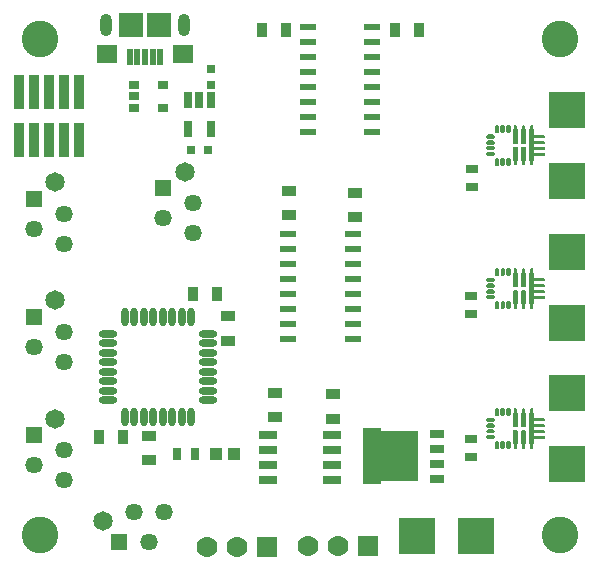
<source format=gbr>
%TF.GenerationSoftware,Altium Limited,Altium Designer,22.10.1 (41)*%
G04 Layer_Color=8388736*
%FSLAX45Y45*%
%MOMM*%
%TF.SameCoordinates,7B7B0447-9336-45C8-9B88-AABF40CF29D0*%
%TF.FilePolarity,Negative*%
%TF.FileFunction,Soldermask,Top*%
%TF.Part,Single*%
G01*
G75*
%TA.AperFunction,SMDPad,CuDef*%
%ADD11R,0.95620X1.20620*%
%ADD12R,1.20620X0.95620*%
%ADD14R,1.46170X0.53340*%
%ADD16R,0.75000X1.00000*%
%ADD18R,0.70000X0.70000*%
%ADD19R,0.70000X0.70000*%
%ADD36R,1.00000X0.75000*%
%TA.AperFunction,ComponentPad*%
%ADD72R,1.45800X1.45800*%
%ADD73C,1.45800*%
%ADD74C,1.65000*%
%ADD75R,1.76500X1.76500*%
%ADD76C,1.76500*%
%ADD77R,1.45800X1.45800*%
%ADD78O,1.00000X1.90000*%
%TA.AperFunction,WasherPad*%
%ADD79C,3.10000*%
%TA.AperFunction,SMDPad,CuDef*%
%ADD86R,3.10000X3.10000*%
%ADD87R,1.62500X0.75000*%
%ADD88R,1.05000X1.05000*%
%ADD89O,1.55000X0.65000*%
%ADD90O,0.65000X1.55000*%
%ADD91R,0.84000X2.89000*%
%ADD92R,0.85000X0.70000*%
%TA.AperFunction,ConnectorPad*%
%ADD93R,0.50000X1.45000*%
%ADD94R,1.70000X1.50000*%
%TA.AperFunction,SMDPad,CuDef*%
%ADD95R,2.00000X2.00000*%
%ADD96R,3.20000X4.30000*%
%ADD97R,1.60000X4.80000*%
%ADD98R,1.25000X0.80000*%
%ADD99R,3.10000X3.10000*%
%ADD100R,0.70000X1.35000*%
%TA.AperFunction,ViaPad*%
%ADD101C,1.00320*%
G36*
X7584667Y6364995D02*
Y6314995D01*
X7574667Y6304996D01*
X7559667D01*
X7549667Y6314995D01*
Y6364995D01*
X7559667Y6374995D01*
X7574667D01*
X7584667Y6364995D01*
D02*
G37*
G36*
X7534667D02*
Y6314995D01*
X7524667Y6304996D01*
X7509667D01*
X7499667Y6314995D01*
Y6364995D01*
X7509667Y6374995D01*
X7524667D01*
X7534667Y6364995D01*
D02*
G37*
G36*
X7484667D02*
Y6314995D01*
X7474667Y6304996D01*
X7459667D01*
X7449667Y6314995D01*
Y6364995D01*
X7459667Y6374995D01*
X7474667D01*
X7484667Y6364995D01*
D02*
G37*
G36*
X7449667Y6282495D02*
Y6267495D01*
X7439667Y6257495D01*
X7389667D01*
X7379667Y6267495D01*
Y6282495D01*
X7389667Y6292495D01*
X7439667D01*
X7449667Y6282495D01*
D02*
G37*
G36*
X7707165Y6364995D02*
X7707165Y6334995D01*
X7714665D01*
Y6217496D01*
X7709665Y6212495D01*
X7679665Y6212496D01*
X7674665Y6217495D01*
Y6334995D01*
X7682165D01*
Y6364995D01*
X7687165Y6369995D01*
X7702165D01*
X7707165Y6364995D01*
D02*
G37*
G36*
X7637164D02*
Y6334995D01*
X7644664D01*
X7644664Y6217496D01*
X7639664Y6212495D01*
X7609664Y6212496D01*
X7604664Y6217495D01*
Y6334995D01*
X7612164D01*
Y6364995D01*
X7617164Y6369995D01*
X7632164D01*
X7637164Y6364995D01*
D02*
G37*
G36*
X7449667Y6232496D02*
Y6217496D01*
X7439667Y6207496D01*
X7389667D01*
X7379667Y6217496D01*
Y6232496D01*
X7389667Y6242496D01*
X7439667D01*
X7449667Y6232496D01*
D02*
G37*
G36*
Y6182495D02*
Y6167495D01*
X7439667Y6157495D01*
X7389667D01*
X7379667Y6167495D01*
Y6182495D01*
X7389667Y6192495D01*
X7439667D01*
X7449667Y6182495D01*
D02*
G37*
G36*
Y6132495D02*
Y6117496D01*
X7439667Y6107496D01*
X7389667D01*
X7379667Y6117496D01*
Y6132495D01*
X7389667Y6142495D01*
X7439667D01*
X7449667Y6132495D01*
D02*
G37*
G36*
X7709669Y6187498D02*
X7714669Y6182498D01*
Y6064998D01*
X7707168D01*
Y6034998D01*
X7702168Y6029998D01*
X7687169D01*
X7682169Y6034998D01*
X7682169Y6064998D01*
X7674669D01*
Y6182498D01*
X7679669Y6187498D01*
X7709669Y6187498D01*
D02*
G37*
G36*
X7777167Y6364995D02*
Y6334995D01*
X7784667D01*
Y6287495D01*
X7869667D01*
X7874667Y6282495D01*
Y6267495D01*
X7869667Y6262495D01*
X7784667D01*
Y6237496D01*
X7869667D01*
X7874667Y6232496D01*
Y6217496D01*
X7869667Y6212496D01*
X7784667D01*
Y6187495D01*
X7869667D01*
X7874667Y6182495D01*
Y6167495D01*
X7869667Y6162495D01*
X7784667D01*
Y6137495D01*
X7869667D01*
X7874667Y6132495D01*
Y6117496D01*
X7869667Y6112496D01*
X7784667D01*
Y6064995D01*
X7777167D01*
Y6034996D01*
X7772167Y6029996D01*
X7757167D01*
X7752167Y6034996D01*
Y6064995D01*
X7744667D01*
Y6334995D01*
X7752167D01*
X7752167Y6364995D01*
X7757167Y6369995D01*
X7772167D01*
X7777167Y6364995D01*
D02*
G37*
G36*
X7639667Y6187495D02*
X7644667Y6182496D01*
Y6064995D01*
X7637167D01*
X7637167Y6034996D01*
X7632167Y6029996D01*
X7617167D01*
X7612167Y6034996D01*
X7612167Y6064995D01*
X7604667D01*
Y6182495D01*
X7609667Y6187496D01*
X7639667Y6187495D01*
D02*
G37*
G36*
X7584667Y6084995D02*
Y6034996D01*
X7574667Y6024996D01*
X7559667D01*
X7549667Y6034996D01*
Y6084995D01*
X7559667Y6094995D01*
X7574667D01*
X7584667Y6084995D01*
D02*
G37*
G36*
X7534667D02*
Y6034996D01*
X7524667Y6024996D01*
X7509667D01*
X7499667Y6034996D01*
Y6084995D01*
X7509667Y6094995D01*
X7524667D01*
X7534667Y6084995D01*
D02*
G37*
G36*
X7484667D02*
Y6034996D01*
X7474667Y6024996D01*
X7459667D01*
X7449667Y6034996D01*
Y6084995D01*
X7459667Y6094995D01*
X7474667D01*
X7484667Y6084995D01*
D02*
G37*
G36*
X7584994Y5153252D02*
Y5103252D01*
X7574995Y5093252D01*
X7559994D01*
X7549994Y5103252D01*
Y5153252D01*
X7559994Y5163252D01*
X7574995D01*
X7584994Y5153252D01*
D02*
G37*
G36*
X7534994D02*
Y5103252D01*
X7524994Y5093252D01*
X7509994D01*
X7499994Y5103252D01*
Y5153252D01*
X7509994Y5163252D01*
X7524994D01*
X7534994Y5153252D01*
D02*
G37*
G36*
X7484994D02*
Y5103252D01*
X7474994Y5093252D01*
X7459994D01*
X7449994Y5103252D01*
Y5153252D01*
X7459994Y5163252D01*
X7474994D01*
X7484994Y5153252D01*
D02*
G37*
G36*
X7449994Y5070752D02*
Y5055752D01*
X7439995Y5045752D01*
X7389994D01*
X7379994Y5055752D01*
Y5070752D01*
X7389994Y5080752D01*
X7439995D01*
X7449994Y5070752D01*
D02*
G37*
G36*
X7707493Y5153252D02*
X7707493Y5123252D01*
X7714993D01*
Y5005752D01*
X7709993Y5000751D01*
X7679993Y5000752D01*
X7674993Y5005751D01*
Y5123252D01*
X7682493D01*
Y5153252D01*
X7687493Y5158252D01*
X7702493D01*
X7707493Y5153252D01*
D02*
G37*
G36*
X7637491D02*
Y5123252D01*
X7644991D01*
X7644991Y5005752D01*
X7639991Y5000751D01*
X7609991Y5000752D01*
X7604991Y5005751D01*
Y5123252D01*
X7612491D01*
Y5153252D01*
X7617491Y5158252D01*
X7632491D01*
X7637491Y5153252D01*
D02*
G37*
G36*
X7449994Y5020752D02*
Y5005752D01*
X7439995Y4995752D01*
X7389994D01*
X7379994Y5005752D01*
Y5020752D01*
X7389994Y5030752D01*
X7439995D01*
X7449994Y5020752D01*
D02*
G37*
G36*
Y4970752D02*
Y4955752D01*
X7439995Y4945752D01*
X7389994D01*
X7379994Y4955752D01*
Y4970752D01*
X7389994Y4980752D01*
X7439995D01*
X7449994Y4970752D01*
D02*
G37*
G36*
Y4920752D02*
Y4905752D01*
X7439995Y4895752D01*
X7389994D01*
X7379994Y4905752D01*
Y4920752D01*
X7389994Y4930752D01*
X7439995D01*
X7449994Y4920752D01*
D02*
G37*
G36*
X7709996Y4975754D02*
X7714996Y4970754D01*
Y4853254D01*
X7707496D01*
Y4823254D01*
X7702496Y4818254D01*
X7687496D01*
X7682496Y4823254D01*
X7682496Y4853254D01*
X7674996D01*
Y4970754D01*
X7679996Y4975754D01*
X7709996Y4975754D01*
D02*
G37*
G36*
X7777494Y5153252D02*
Y5123252D01*
X7784994D01*
Y5075752D01*
X7869994D01*
X7874994Y5070752D01*
Y5055752D01*
X7869994Y5050752D01*
X7784994D01*
Y5025752D01*
X7869994D01*
X7874994Y5020752D01*
Y5005752D01*
X7869994Y5000752D01*
X7784994D01*
Y4975752D01*
X7869994D01*
X7874994Y4970752D01*
Y4955752D01*
X7869994Y4950752D01*
X7784994D01*
Y4925752D01*
X7869994D01*
X7874994Y4920752D01*
Y4905752D01*
X7869994Y4900752D01*
X7784994D01*
Y4853252D01*
X7777494D01*
Y4823252D01*
X7772494Y4818252D01*
X7757495D01*
X7752494Y4823252D01*
Y4853252D01*
X7744994D01*
Y5123252D01*
X7752494D01*
X7752495Y5153252D01*
X7757495Y5158252D01*
X7772494D01*
X7777494Y5153252D01*
D02*
G37*
G36*
X7639994Y4975752D02*
X7644994Y4970752D01*
Y4853252D01*
X7637495D01*
X7637494Y4823252D01*
X7632494Y4818252D01*
X7617494D01*
X7612495Y4823252D01*
X7612494Y4853252D01*
X7604994D01*
Y4970752D01*
X7609994Y4975752D01*
X7639994Y4975752D01*
D02*
G37*
G36*
X7584994Y4873252D02*
Y4823252D01*
X7574995Y4813252D01*
X7559994D01*
X7549994Y4823252D01*
Y4873252D01*
X7559994Y4883252D01*
X7574995D01*
X7584994Y4873252D01*
D02*
G37*
G36*
X7534994D02*
Y4823252D01*
X7524994Y4813252D01*
X7509994D01*
X7499994Y4823252D01*
Y4873252D01*
X7509994Y4883252D01*
X7524994D01*
X7534994Y4873252D01*
D02*
G37*
G36*
X7484994D02*
Y4823252D01*
X7474994Y4813252D01*
X7459994D01*
X7449994Y4823252D01*
Y4873252D01*
X7459994Y4883252D01*
X7474994D01*
X7484994Y4873252D01*
D02*
G37*
G36*
X7584665Y3968319D02*
Y3918319D01*
X7574665Y3908319D01*
X7559665D01*
X7549665Y3918319D01*
Y3968319D01*
X7559665Y3978319D01*
X7574665D01*
X7584665Y3968319D01*
D02*
G37*
G36*
X7534665D02*
Y3918319D01*
X7524665Y3908319D01*
X7509665D01*
X7499665Y3918319D01*
Y3968319D01*
X7509665Y3978319D01*
X7524665D01*
X7534665Y3968319D01*
D02*
G37*
G36*
X7484665D02*
Y3918319D01*
X7474665Y3908319D01*
X7459665D01*
X7449665Y3918319D01*
Y3968319D01*
X7459665Y3978319D01*
X7474665D01*
X7484665Y3968319D01*
D02*
G37*
G36*
X7449665Y3885819D02*
Y3870819D01*
X7439665Y3860819D01*
X7389665D01*
X7379665Y3870819D01*
Y3885819D01*
X7389665Y3895819D01*
X7439665D01*
X7449665Y3885819D01*
D02*
G37*
G36*
X7707163Y3968319D02*
X7707163Y3938319D01*
X7714663D01*
Y3820819D01*
X7709663Y3815819D01*
X7679663Y3815819D01*
X7674663Y3820819D01*
Y3938319D01*
X7682163D01*
Y3968319D01*
X7687163Y3973319D01*
X7702163D01*
X7707163Y3968319D01*
D02*
G37*
G36*
X7637162D02*
Y3938319D01*
X7644662D01*
X7644661Y3820819D01*
X7639661Y3815819D01*
X7609661Y3815819D01*
X7604661Y3820819D01*
Y3938319D01*
X7612162D01*
Y3968319D01*
X7617162Y3973319D01*
X7632162D01*
X7637162Y3968319D01*
D02*
G37*
G36*
X7449665Y3835819D02*
Y3820819D01*
X7439665Y3810819D01*
X7389665D01*
X7379665Y3820819D01*
Y3835819D01*
X7389665Y3845819D01*
X7439665D01*
X7449665Y3835819D01*
D02*
G37*
G36*
Y3785819D02*
Y3770819D01*
X7439665Y3760819D01*
X7389665D01*
X7379665Y3770819D01*
Y3785819D01*
X7389665Y3795819D01*
X7439665D01*
X7449665Y3785819D01*
D02*
G37*
G36*
Y3735819D02*
Y3720819D01*
X7439665Y3710819D01*
X7389665D01*
X7379665Y3720819D01*
Y3735819D01*
X7389665Y3745819D01*
X7439665D01*
X7449665Y3735819D01*
D02*
G37*
G36*
X7709666Y3790821D02*
X7714666Y3785821D01*
Y3668321D01*
X7707166D01*
Y3638321D01*
X7702166Y3633321D01*
X7687166D01*
X7682166Y3638321D01*
X7682166Y3668321D01*
X7674666D01*
Y3785821D01*
X7679666Y3790821D01*
X7709666Y3790821D01*
D02*
G37*
G36*
X7777165Y3968319D02*
Y3938319D01*
X7784665D01*
Y3890819D01*
X7869665D01*
X7874665Y3885819D01*
Y3870819D01*
X7869665Y3865819D01*
X7784665D01*
Y3840819D01*
X7869665D01*
X7874665Y3835819D01*
Y3820819D01*
X7869665Y3815819D01*
X7784665D01*
Y3790819D01*
X7869665D01*
X7874665Y3785819D01*
Y3770819D01*
X7869665Y3765819D01*
X7784665D01*
Y3740819D01*
X7869665D01*
X7874665Y3735819D01*
Y3720819D01*
X7869665Y3715819D01*
X7784665D01*
Y3668319D01*
X7777165D01*
Y3638319D01*
X7772165Y3633319D01*
X7757165D01*
X7752165Y3638319D01*
Y3668319D01*
X7744665D01*
Y3938319D01*
X7752165D01*
X7752165Y3968319D01*
X7757165Y3973319D01*
X7772165D01*
X7777165Y3968319D01*
D02*
G37*
G36*
X7639665Y3790819D02*
X7644665Y3785819D01*
Y3668319D01*
X7637165D01*
X7637165Y3638319D01*
X7632165Y3633319D01*
X7617165D01*
X7612165Y3638319D01*
X7612165Y3668319D01*
X7604665D01*
Y3785819D01*
X7609665Y3790819D01*
X7639665Y3790819D01*
D02*
G37*
G36*
X7584665Y3688319D02*
Y3638319D01*
X7574665Y3628319D01*
X7559665D01*
X7549665Y3638319D01*
Y3688319D01*
X7559665Y3698319D01*
X7574665D01*
X7584665Y3688319D01*
D02*
G37*
G36*
X7534665D02*
Y3638319D01*
X7524665Y3628319D01*
X7509665D01*
X7499665Y3638319D01*
Y3688319D01*
X7509665Y3698319D01*
X7524665D01*
X7534665Y3688319D01*
D02*
G37*
G36*
X7484665D02*
Y3638319D01*
X7474665Y3628319D01*
X7459665D01*
X7449665Y3638319D01*
Y3688319D01*
X7459665Y3698319D01*
X7474665D01*
X7484665Y3688319D01*
D02*
G37*
D11*
X5102502Y4939999D02*
D03*
X4897499D02*
D03*
X6607498Y7179999D02*
D03*
X6812502D02*
D03*
X5477498Y7179999D02*
D03*
X5682502D02*
D03*
X4302503Y3730000D02*
D03*
X4097499D02*
D03*
D12*
X5190001Y4547499D02*
D03*
Y4752502D02*
D03*
X5590000Y4102497D02*
D03*
Y3897499D02*
D03*
X6080001Y3887502D02*
D03*
Y4092500D02*
D03*
X5710003Y5607499D02*
D03*
Y5812502D02*
D03*
X6270000Y5794998D02*
D03*
Y5590000D02*
D03*
X4520000Y3537498D02*
D03*
Y3742502D02*
D03*
D14*
X6247683Y5448372D02*
D03*
Y5321372D02*
D03*
Y5194372D02*
D03*
Y5067372D02*
D03*
Y4940372D02*
D03*
Y4813372D02*
D03*
Y4686372D02*
D03*
Y4559372D02*
D03*
X5702731D02*
D03*
Y4686372D02*
D03*
Y4813372D02*
D03*
Y4940372D02*
D03*
Y5067372D02*
D03*
Y5194372D02*
D03*
Y5321372D02*
D03*
Y5448372D02*
D03*
X5869085Y7199000D02*
D03*
Y7072000D02*
D03*
Y6945000D02*
D03*
Y6818000D02*
D03*
Y6691000D02*
D03*
Y6564000D02*
D03*
Y6437000D02*
D03*
Y6310000D02*
D03*
X6414037D02*
D03*
Y6437000D02*
D03*
Y6564000D02*
D03*
Y6691000D02*
D03*
Y6818000D02*
D03*
Y6945000D02*
D03*
Y7072000D02*
D03*
Y7199000D02*
D03*
D16*
X4914930Y3590000D02*
D03*
X4764933D02*
D03*
D18*
X5020000Y6160000D02*
D03*
X4880000D02*
D03*
D19*
X5050000Y6710000D02*
D03*
Y6850000D02*
D03*
D36*
X7247421Y3560055D02*
D03*
Y3710053D02*
D03*
X7252467Y4771844D02*
D03*
Y4921846D02*
D03*
X7254239Y5999997D02*
D03*
Y5850000D02*
D03*
D72*
X4646000Y5837000D02*
D03*
X3546003Y5747001D02*
D03*
Y3747000D02*
D03*
Y4746998D02*
D03*
D73*
X4900000Y5710000D02*
D03*
X4646000Y5583000D02*
D03*
X4900000Y5456000D02*
D03*
X4651000Y3096572D02*
D03*
X4524000Y2842572D02*
D03*
X4397000Y3096572D02*
D03*
X3800003Y5366001D02*
D03*
X3546003Y5493001D02*
D03*
X3800003Y5620001D02*
D03*
Y3366000D02*
D03*
X3546003Y3493000D02*
D03*
X3800003Y3620000D02*
D03*
Y4365998D02*
D03*
X3546003Y4492998D02*
D03*
X3800003Y4619998D02*
D03*
D74*
X4826000Y5977000D02*
D03*
X4130000Y3022572D02*
D03*
X3726002Y5887001D02*
D03*
Y3887000D02*
D03*
Y4886998D02*
D03*
D75*
X6374000Y2810000D02*
D03*
X5524000Y2800000D02*
D03*
D76*
X6120000Y2810000D02*
D03*
X5866000D02*
D03*
X5270000Y2800000D02*
D03*
X5016000D02*
D03*
D77*
X4270000Y2842572D02*
D03*
D78*
X4819625Y7216460D02*
D03*
X4159626D02*
D03*
D79*
X7999999Y2899999D02*
D03*
Y7100001D02*
D03*
X3599998Y2899999D02*
D03*
Y7100001D02*
D03*
D86*
X7290000Y2889999D02*
D03*
X6790000D02*
D03*
D87*
X5529058Y3750501D02*
D03*
Y3623501D02*
D03*
Y3496501D02*
D03*
Y3369501D02*
D03*
X6071458D02*
D03*
Y3496501D02*
D03*
Y3623501D02*
D03*
Y3750501D02*
D03*
D88*
X5244932Y3590000D02*
D03*
X5094935D02*
D03*
D89*
X4177502Y4043528D02*
D03*
Y4123527D02*
D03*
Y4203527D02*
D03*
Y4283527D02*
D03*
Y4363527D02*
D03*
Y4443532D02*
D03*
Y4523532D02*
D03*
Y4603532D02*
D03*
X5022499D02*
D03*
Y4523532D02*
D03*
Y4443532D02*
D03*
Y4363527D02*
D03*
Y4283527D02*
D03*
Y4203527D02*
D03*
Y4123527D02*
D03*
Y4043528D02*
D03*
D90*
X4320002Y4746031D02*
D03*
X4400001D02*
D03*
X4640001D02*
D03*
X4720001D02*
D03*
X4800001D02*
D03*
X4880000D02*
D03*
Y3901029D02*
D03*
X4800001D02*
D03*
X4720001D02*
D03*
X4640001D02*
D03*
X4560001D02*
D03*
X4480001D02*
D03*
X4400001D02*
D03*
X4320002D02*
D03*
X4480001Y4746031D02*
D03*
X4560001D02*
D03*
D91*
X3679134Y6654033D02*
D03*
Y6247033D02*
D03*
X3552134Y6654033D02*
D03*
Y6247033D02*
D03*
X3425134Y6654033D02*
D03*
Y6247033D02*
D03*
X3933134Y6654033D02*
D03*
Y6247033D02*
D03*
X3806134Y6654033D02*
D03*
Y6247033D02*
D03*
D92*
X4399625Y6710497D02*
D03*
Y6615501D02*
D03*
Y6520500D02*
D03*
X4644624D02*
D03*
Y6710497D02*
D03*
D93*
X4619625Y6948957D02*
D03*
X4554626D02*
D03*
X4489623D02*
D03*
X4424624D02*
D03*
X4359626D02*
D03*
D94*
X4809622Y6971462D02*
D03*
X4169623D02*
D03*
D95*
X4609622Y7216460D02*
D03*
X4369623D02*
D03*
D96*
X6641902Y3570000D02*
D03*
D97*
X6411900D02*
D03*
D98*
X6959402Y3760500D02*
D03*
Y3633500D02*
D03*
Y3506500D02*
D03*
Y3379500D02*
D03*
D99*
X8065582Y3499998D02*
D03*
Y4100002D02*
D03*
Y4700001D02*
D03*
Y5300000D02*
D03*
Y5899998D02*
D03*
Y6500002D02*
D03*
D100*
X5044998Y6585002D02*
D03*
X4950002D02*
D03*
X4855001D02*
D03*
Y6335000D02*
D03*
X5044998D02*
D03*
D101*
X7390000Y2990000D02*
D03*
Y2890000D02*
D03*
X7190000D02*
D03*
X7290000Y2790000D02*
D03*
Y2890000D02*
D03*
X7190000Y2790000D02*
D03*
X7390000D02*
D03*
X7190000Y2990000D02*
D03*
X7290000D02*
D03*
%TF.MD5,2cd81415a601a992c2dad9477971d3c2*%
M02*

</source>
